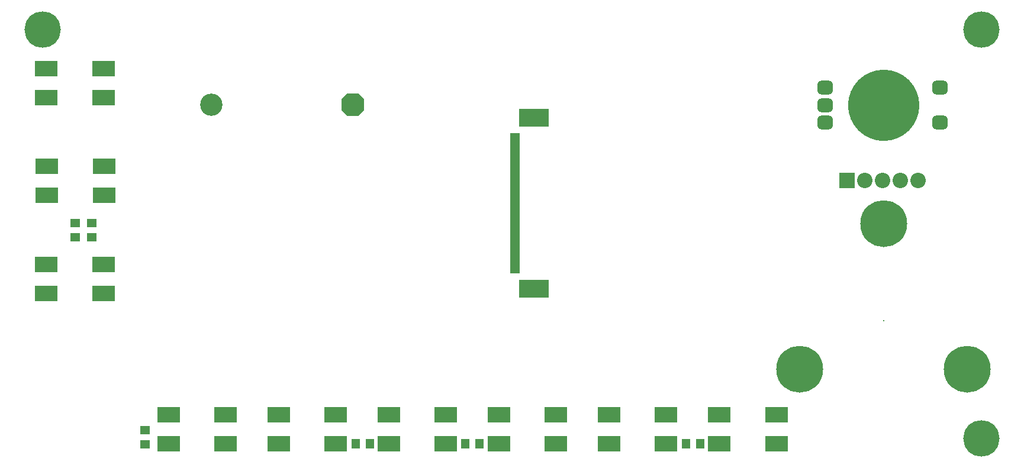
<source format=gbr>
%TF.GenerationSoftware,Altium Limited,Altium Designer,21.5.1 (32)*%
G04 Layer_Color=8388736*
%FSLAX44Y44*%
%MOMM*%
%TF.SameCoordinates,B0397303-8537-4BFB-9E0B-8F0BB310BE14*%
%TF.FilePolarity,Negative*%
%TF.FileFunction,Soldermask,Top*%
%TF.Part,Single*%
G01*
G75*
%TA.AperFunction,SMDPad,CuDef*%
%ADD48R,1.4532X1.2032*%
%ADD49R,1.2032X1.4532*%
%ADD52R,4.3532X2.6032*%
%ADD53R,1.4532X0.5032*%
%TA.AperFunction,ViaPad*%
%ADD58C,6.7032*%
%ADD59C,0.3032*%
%TA.AperFunction,ComponentPad*%
%ADD60C,10.2032*%
G04:AMPARAMS|DCode=61|XSize=2.0032mm|YSize=2.2032mm|CornerRadius=0.5516mm|HoleSize=0mm|Usage=FLASHONLY|Rotation=270.000|XOffset=0mm|YOffset=0mm|HoleType=Round|Shape=RoundedRectangle|*
%AMROUNDEDRECTD61*
21,1,2.0032,1.1000,0,0,270.0*
21,1,0.9000,2.2032,0,0,270.0*
1,1,1.1032,-0.5500,-0.4500*
1,1,1.1032,-0.5500,0.4500*
1,1,1.1032,0.5500,0.4500*
1,1,1.1032,0.5500,-0.4500*
%
%ADD61ROUNDEDRECTD61*%
%ADD62C,2.2032*%
%ADD63R,2.2032X2.2032*%
G04:AMPARAMS|DCode=64|XSize=3.2032mm|YSize=3.2032mm|CornerRadius=0mm|HoleSize=0mm|Usage=FLASHONLY|Rotation=180.000|XOffset=0mm|YOffset=0mm|HoleType=Round|Shape=Octagon|*
%AMOCTAGOND64*
4,1,8,-1.6016,0.8008,-1.6016,-0.8008,-0.8008,-1.6016,0.8008,-1.6016,1.6016,-0.8008,1.6016,0.8008,0.8008,1.6016,-0.8008,1.6016,-1.6016,0.8008,0.0*
%
%ADD64OCTAGOND64*%

%ADD65C,3.2032*%
%TA.AperFunction,ViaPad*%
%ADD66C,5.2032*%
%TA.AperFunction,SMDPad,CuDef*%
%ADD68R,3.2032X2.2032*%
D48*
X174946Y43254D02*
D03*
Y23254D02*
D03*
X75000Y339881D02*
D03*
Y319881D02*
D03*
X98424D02*
D03*
Y339881D02*
D03*
D49*
X969000Y24125D02*
D03*
X949000D02*
D03*
X633272D02*
D03*
X653272D02*
D03*
X476398D02*
D03*
X496398D02*
D03*
D52*
X730943Y490123D02*
D03*
Y246123D02*
D03*
D53*
X703943Y465623D02*
D03*
Y460623D02*
D03*
Y455623D02*
D03*
Y450623D02*
D03*
Y445623D02*
D03*
Y440623D02*
D03*
Y435623D02*
D03*
Y430623D02*
D03*
Y425623D02*
D03*
Y420623D02*
D03*
Y415623D02*
D03*
Y410623D02*
D03*
Y405623D02*
D03*
Y400623D02*
D03*
Y395623D02*
D03*
Y390623D02*
D03*
Y385623D02*
D03*
Y380623D02*
D03*
Y375623D02*
D03*
Y370623D02*
D03*
Y365623D02*
D03*
Y360623D02*
D03*
Y355623D02*
D03*
Y350623D02*
D03*
Y345623D02*
D03*
Y340623D02*
D03*
Y335623D02*
D03*
Y330623D02*
D03*
Y325623D02*
D03*
Y320623D02*
D03*
Y315623D02*
D03*
Y310623D02*
D03*
Y305623D02*
D03*
Y300623D02*
D03*
Y295623D02*
D03*
Y290623D02*
D03*
Y285623D02*
D03*
Y280623D02*
D03*
Y275623D02*
D03*
Y270623D02*
D03*
D58*
X1231500Y339000D02*
D03*
X1351250Y130750D02*
D03*
X1111500Y131000D02*
D03*
D59*
X1231750Y200000D02*
D03*
D60*
X1231755Y508634D02*
D03*
D61*
X1312505Y483634D02*
D03*
Y533634D02*
D03*
X1147505Y483634D02*
D03*
Y508634D02*
D03*
Y533634D02*
D03*
D62*
X1280800Y401000D02*
D03*
X1255400D02*
D03*
X1204600D02*
D03*
X1230000D02*
D03*
D63*
X1179200D02*
D03*
D64*
X472515Y508749D02*
D03*
D65*
X269485D02*
D03*
D66*
X1371727Y31260D02*
D03*
Y617000D02*
D03*
X28500D02*
D03*
D68*
X1078000Y24250D02*
D03*
Y65750D02*
D03*
X996000Y24250D02*
D03*
Y65750D02*
D03*
X920500Y24250D02*
D03*
Y65750D02*
D03*
X838500Y24250D02*
D03*
Y65750D02*
D03*
X448000Y24250D02*
D03*
Y65750D02*
D03*
X366000Y24250D02*
D03*
Y65750D02*
D03*
X605500Y24250D02*
D03*
Y65750D02*
D03*
X523500Y24250D02*
D03*
Y65750D02*
D03*
X763000Y24250D02*
D03*
Y65750D02*
D03*
X681000Y24250D02*
D03*
Y65750D02*
D03*
X290500Y24250D02*
D03*
Y65750D02*
D03*
X208500Y24250D02*
D03*
Y65750D02*
D03*
X115500Y519500D02*
D03*
Y561000D02*
D03*
X33500Y519500D02*
D03*
Y561000D02*
D03*
X115500Y239250D02*
D03*
Y280750D02*
D03*
X33500Y239250D02*
D03*
Y280750D02*
D03*
X34500Y420750D02*
D03*
Y379250D02*
D03*
X116500Y420750D02*
D03*
Y379250D02*
D03*
%TF.MD5,3f77273a370c145f860a0625ed7a4053*%
M02*

</source>
